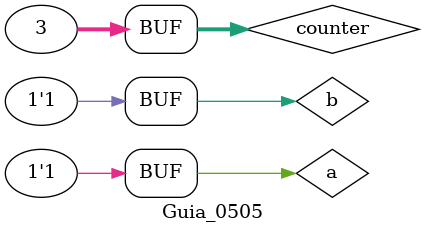
<source format=v>

module QUESTAO(output s2, input a, input b); // a XNOR b => (a XOR b)' => (a' nor b) nor (a nor b')
	wire na, nb, ex1, ex2;
	nor nota(na, a, a);
	nor notb(nb, b, b);
	nor exp1(ex1, na, b);
	nor exp2(ex2, a, nb);
	nor expF(s2, ex1, ex2);
endmodule

module Guia_0505;

	integer counter;
	reg a, b;
	wire s;
	QUESTAO nd(.s2(s), .a(a), .b(b));

	initial begin:main;
		a=0; b=0; counter = 0;
		$display("Guia_05 - Questao 5");
		$display("Tabela verdade da expressao (a^b)'");
		$display("m | a b | s");
		$monitor("%0d | %b %b | %b", counter, a,b,s);
#1 b=1; counter++;
#1 b=0; a=1; counter++;
#1 b=1; counter++;
	end
endmodule

</source>
